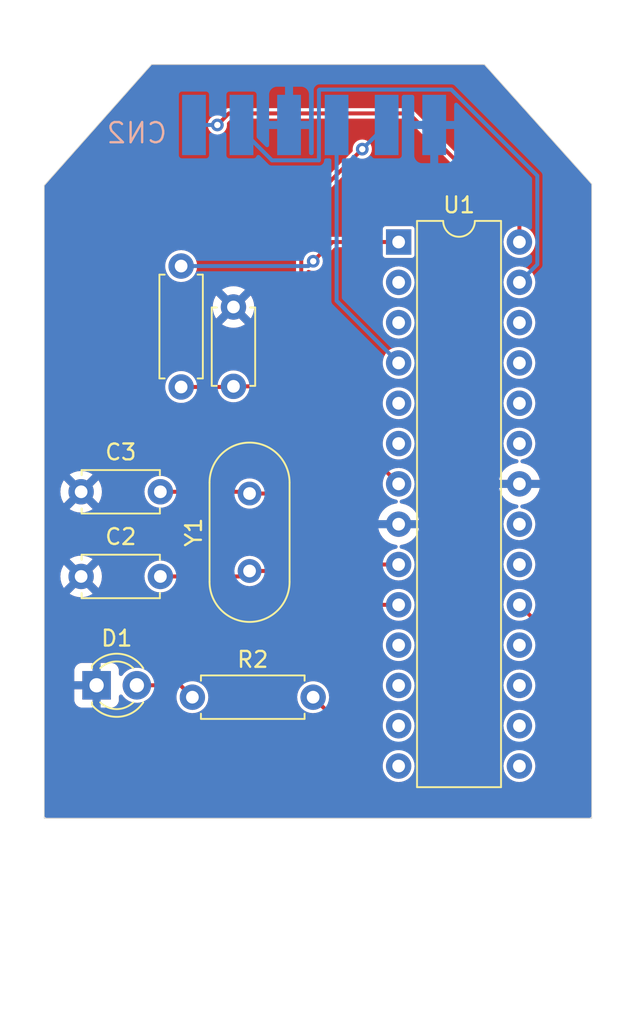
<source format=kicad_pcb>
(kicad_pcb (version 20211014) (generator pcbnew)
  (layers (0 "F.Cu" signal) (31 "B.Cu" signal) (34 "B.Paste" user) (35 "F.Paste" user) (36 "B.SilkS" user "B.Silkscreen") (37 "F.SilkS" user "F.Silkscreen") (38 "B.Mask" user) (39 "F.Mask" user) (44 "Edge.Cuts" user))
  (net 0 "")
  (net 1 "+5V")
  (net 2 "GND")
  (net 3 "/LED DATA")
  (net 4 "/SDA")
  (net 5 "/SCL")
  (net 10 "Net-(C3-Pad2)")
  (net 11 "Net-(C2-Pad2)")
  (net 20 "Net-(R1-Pad2)")
  (net 26 "Net-(R2-Pad2)")
  (net 28 "Net-(D1-Pad2)")
  (footprint "Crystal:Crystal_HC49-U_Vertical" (layer "F.Cu") (at 135.382 121.83 90)
    (fp_text reference "Y1" (at 2.44 -3.525 90) (layer "F.SilkS"))
    (fp_text value "Crystal_Small" hide)
    (fp_line (start -0.685 -2.525) (end 5.565 -2.525) (layer "F.SilkS") (width 0.12))
    (fp_line (start -0.685 2.525) (end 5.565 2.525) (layer "F.SilkS") (width 0.12))
    (fp_arc (start -0.685 2.525) (mid -3.21 0) (end -0.685 -2.525) (layer "F.SilkS") (width 0.12))
    (fp_arc (start 5.565 -2.525) (mid 8.09 0) (end 5.565 2.525) (layer "F.SilkS") (width 0.12))
    (pad "1" thru_hole circle (at 0 0 90) (size 1.5 1.5) (drill 0.8) (layers *.Cu *.Mask) (net 11 "Net-(C2-Pad2)"))
    (pad "2" thru_hole circle (at 4.88 0 90) (size 1.5 1.5) (drill 0.8) (layers *.Cu *.Mask) (net 10 "Net-(C3-Pad2)"))
  )
  (footprint "Capacitor_THT:C_Disc_D4.7mm_W2.5mm_P5.00mm" (layer "F.Cu") (at 124.754 122.174)
    (fp_text reference "C2" (at 2.5 -2.5) (layer "F.SilkS"))
    (fp_text value "C_Small" hide)
    (fp_line (start 4.97 1.055) (end 4.97 1.37) (layer "F.SilkS") (width 0.12))
    (fp_line (start 4.97 -1.37) (end 4.97 -1.055) (layer "F.SilkS") (width 0.12))
    (fp_line (start 0.03 1.055) (end 0.03 1.37) (layer "F.SilkS") (width 0.12))
    (fp_line (start 0.03 -1.37) (end 4.97 -1.37) (layer "F.SilkS") (width 0.12))
    (fp_line (start 0.03 -1.37) (end 0.03 -1.055) (layer "F.SilkS") (width 0.12))
    (fp_line (start 0.03 1.37) (end 4.97 1.37) (layer "F.SilkS") (width 0.12))
    (pad "1" thru_hole circle (at 0 0) (size 1.6 1.6) (drill 0.8) (layers *.Cu *.Mask) (net 2 "GND"))
    (pad "2" thru_hole circle (at 5 0) (size 1.6 1.6) (drill 0.8) (layers *.Cu *.Mask) (net 11 "Net-(C2-Pad2)"))
  )
  (footprint "LED_THT:LED_D3.0mm" (layer "F.Cu") (at 125.73 129.032)
    (fp_text reference "D1" (at 1.27 -2.96) (layer "F.SilkS"))
    (fp_text value "LED_Small_Filled" hide)
    (fp_line (start -0.29 -1.236) (end -0.29 -1.08) (layer "F.SilkS") (width 0.12))
    (fp_line (start -0.29 1.08) (end -0.29 1.236) (layer "F.SilkS") (width 0.12))
    (fp_arc (start 0.229039 -1.08) (mid 1.270117 -1.5) (end 2.31113 -1.079837) (layer "F.SilkS") (width 0.12))
    (fp_arc (start 2.31113 1.079837) (mid 1.270117 1.5) (end 0.229039 1.08) (layer "F.SilkS") (width 0.12))
    (fp_arc (start 2.942335 1.078608) (mid 1.366487 1.987659) (end -0.29 1.235516) (layer "F.SilkS") (width 0.12))
    (fp_arc (start -0.29 -1.235516) (mid 1.366487 -1.987659) (end 2.942335 -1.078608) (layer "F.SilkS") (width 0.12))
    (pad "1" thru_hole rect (at 0 0) (size 1.8 1.8) (drill 0.9) (layers *.Cu *.Mask) (net 2 "GND"))
    (pad "2" thru_hole circle (at 2.54 0) (size 1.8 1.8) (drill 0.9) (layers *.Cu *.Mask) (net 28 "Net-(D1-Pad2)"))
  )
  (footprint "Package_DIP:DIP-28_W7.62mm" (layer "F.Cu") (at 144.79 101.102)
    (fp_text reference "U1" (at 3.81 -2.33) (layer "F.SilkS"))
    (fp_text value "ATmega328P-P" hide)
    (fp_line (start 1.16 -1.33) (end 1.16 34.35) (layer "F.SilkS") (width 0.12))
    (fp_line (start 6.46 34.35) (end 6.46 -1.33) (layer "F.SilkS") (width 0.12))
    (fp_line (start 6.46 -1.33) (end 4.81 -1.33) (layer "F.SilkS") (width 0.12))
    (fp_line (start 1.16 34.35) (end 6.46 34.35) (layer "F.SilkS") (width 0.12))
    (fp_line (start 2.81 -1.33) (end 1.16 -1.33) (layer "F.SilkS") (width 0.12))
    (fp_arc (start 4.81 -1.33) (mid 3.81 -0.33) (end 2.81 -1.33) (layer "F.SilkS") (width 0.12))
    (pad "1" thru_hole rect (at 0 0) (size 1.6 1.6) (drill 0.8) (layers *.Cu *.Mask) (net 20 "Net-(R1-Pad2)"))
    (pad "2" thru_hole oval (at 0 2.54) (size 1.6 1.6) (drill 0.8) (layers *.Cu *.Mask))
    (pad "3" thru_hole oval (at 0 5.08) (size 1.6 1.6) (drill 0.8) (layers *.Cu *.Mask))
    (pad "4" thru_hole oval (at 0 7.62) (size 1.6 1.6) (drill 0.8) (layers *.Cu *.Mask) (net 3 "/LED DATA"))
    (pad "5" thru_hole oval (at 0 10.16) (size 1.6 1.6) (drill 0.8) (layers *.Cu *.Mask))
    (pad "6" thru_hole oval (at 0 12.7) (size 1.6 1.6) (drill 0.8) (layers *.Cu *.Mask))
    (pad "7" thru_hole oval (at 0 15.24) (size 1.6 1.6) (drill 0.8) (layers *.Cu *.Mask) (net 1 "+5V"))
    (pad "8" thru_hole oval (at 0 17.78) (size 1.6 1.6) (drill 0.8) (layers *.Cu *.Mask) (net 2 "GND"))
    (pad "9" thru_hole oval (at 0 20.32) (size 1.6 1.6) (drill 0.8) (layers *.Cu *.Mask) (net 10 "Net-(C3-Pad2)"))
    (pad "10" thru_hole oval (at 0 22.86) (size 1.6 1.6) (drill 0.8) (layers *.Cu *.Mask) (net 11 "Net-(C2-Pad2)"))
    (pad "11" thru_hole oval (at 0 25.4) (size 1.6 1.6) (drill 0.8) (layers *.Cu *.Mask))
    (pad "12" thru_hole oval (at 0 27.94) (size 1.6 1.6) (drill 0.8) (layers *.Cu *.Mask))
    (pad "13" thru_hole oval (at 0 30.48) (size 1.6 1.6) (drill 0.8) (layers *.Cu *.Mask))
    (pad "14" thru_hole oval (at 0 33.02) (size 1.6 1.6) (drill 0.8) (layers *.Cu *.Mask))
    (pad "15" thru_hole oval (at 7.62 33.02) (size 1.6 1.6) (drill 0.8) (layers *.Cu *.Mask))
    (pad "16" thru_hole oval (at 7.62 30.48) (size 1.6 1.6) (drill 0.8) (layers *.Cu *.Mask))
    (pad "17" thru_hole oval (at 7.62 27.94) (size 1.6 1.6) (drill 0.8) (layers *.Cu *.Mask))
    (pad "18" thru_hole oval (at 7.62 25.4) (size 1.6 1.6) (drill 0.8) (layers *.Cu *.Mask))
    (pad "19" thru_hole oval (at 7.62 22.86) (size 1.6 1.6) (drill 0.8) (layers *.Cu *.Mask) (net 26 "Net-(R2-Pad2)"))
    (pad "20" thru_hole oval (at 7.62 20.32) (size 1.6 1.6) (drill 0.8) (layers *.Cu *.Mask))
    (pad "21" thru_hole oval (at 7.62 17.78) (size 1.6 1.6) (drill 0.8) (layers *.Cu *.Mask))
    (pad "22" thru_hole oval (at 7.62 15.24) (size 1.6 1.6) (drill 0.8) (layers *.Cu *.Mask) (net 2 "GND"))
    (pad "23" thru_hole oval (at 7.62 12.7) (size 1.6 1.6) (drill 0.8) (layers *.Cu *.Mask))
    (pad "24" thru_hole oval (at 7.62 10.16) (size 1.6 1.6) (drill 0.8) (layers *.Cu *.Mask))
    (pad "25" thru_hole oval (at 7.62 7.62) (size 1.6 1.6) (drill 0.8) (layers *.Cu *.Mask))
    (pad "26" thru_hole oval (at 7.62 5.08) (size 1.6 1.6) (drill 0.8) (layers *.Cu *.Mask))
    (pad "27" thru_hole oval (at 7.62 2.54) (size 1.6 1.6) (drill 0.8) (layers *.Cu *.Mask) (net 4 "/SDA"))
    (pad "28" thru_hole oval (at 7.62 0) (size 1.6 1.6) (drill 0.8) (layers *.Cu *.Mask) (net 5 "/SCL"))
  )
  (footprint "Capacitor_THT:C_Disc_D4.7mm_W2.5mm_P5.00mm" (layer "F.Cu") (at 134.366 110.196 90)
    (fp_text reference "C1" hide)
    (fp_text value "C_Small" hide)
    (fp_line (start 0.03 -1.37) (end 4.97 -1.37) (layer "F.SilkS") (width 0.12))
    (fp_line (start 0.03 1.37) (end 4.97 1.37) (layer "F.SilkS") (width 0.12))
    (fp_line (start 0.03 1.055) (end 0.03 1.37) (layer "F.SilkS") (width 0.12))
    (fp_line (start 4.97 1.055) (end 4.97 1.37) (layer "F.SilkS") (width 0.12))
    (fp_line (start 4.97 -1.37) (end 4.97 -1.055) (layer "F.SilkS") (width 0.12))
    (fp_line (start 0.03 -1.37) (end 0.03 -1.055) (layer "F.SilkS") (width 0.12))
    (pad "1" thru_hole circle (at 0 0 90) (size 1.6 1.6) (drill 0.8) (layers *.Cu *.Mask) (net 1 "+5V"))
    (pad "2" thru_hole circle (at 5 0 90) (size 1.6 1.6) (drill 0.8) (layers *.Cu *.Mask) (net 2 "GND"))
  )
  (footprint "Resistor_THT:R_Axial_DIN0207_L6.3mm_D2.5mm_P7.62mm_Horizontal" (layer "F.Cu") (at 131.774 129.782)
    (fp_text reference "R2" (at 3.81 -2.37) (layer "F.SilkS"))
    (fp_text value "R")
    (fp_line (start 0.54 -1.37) (end 7.08 -1.37) (layer "F.SilkS") (width 0.12))
    (fp_line (start 0.54 -1.04) (end 0.54 -1.37) (layer "F.SilkS") (width 0.12))
    (fp_line (start 0.54 1.37) (end 7.08 1.37) (layer "F.SilkS") (width 0.12))
    (fp_line (start 7.08 1.37) (end 7.08 1.04) (layer "F.SilkS") (width 0.12))
    (fp_line (start 0.54 1.04) (end 0.54 1.37) (layer "F.SilkS") (width 0.12))
    (fp_line (start 7.08 -1.37) (end 7.08 -1.04) (layer "F.SilkS") (width 0.12))
    (pad "1" thru_hole circle (at 0 0) (size 1.6 1.6) (drill 0.8) (layers *.Cu *.Mask) (net 28 "Net-(D1-Pad2)"))
    (pad "2" thru_hole oval (at 7.62 0) (size 1.6 1.6) (drill 0.8) (layers *.Cu *.Mask) (net 26 "Net-(R2-Pad2)"))
  )
  (footprint "Capacitor_THT:C_Disc_D4.7mm_W2.5mm_P5.00mm" (layer "F.Cu") (at 124.754 116.84)
    (fp_text reference "C3" (at 2.5 -2.5) (layer "F.SilkS"))
    (fp_text value "C_Small" hide)
    (fp_line (start 4.97 -1.37) (end 4.97 -1.055) (layer "F.SilkS") (width 0.12))
    (fp_line (start 0.03 -1.37) (end 0.03 -1.055) (layer "F.SilkS") (width 0.12))
    (fp_line (start 4.97 1.055) (end 4.97 1.37) (layer "F.SilkS") (width 0.12))
    (fp_line (start 0.03 -1.37) (end 4.97 -1.37) (layer "F.SilkS") (width 0.12))
    (fp_line (start 0.03 1.055) (end 0.03 1.37) (layer "F.SilkS") (width 0.12))
    (fp_line (start 0.03 1.37) (end 4.97 1.37) (layer "F.SilkS") (width 0.12))
    (pad "1" thru_hole circle (at 0 0) (size 1.6 1.6) (drill 0.8) (layers *.Cu *.Mask) (net 2 "GND"))
    (pad "2" thru_hole circle (at 5 0) (size 1.6 1.6) (drill 0.8) (layers *.Cu *.Mask) (net 10 "Net-(C3-Pad2)"))
  )
  (footprint "Resistor_THT:R_Axial_DIN0207_L6.3mm_D2.5mm_P7.62mm_Horizontal" (layer "F.Cu") (at 131.064 110.236 90)
    (fp_text reference "R1" hide)
    (fp_text value "R")
    (fp_line (start 0.54 1.04) (end 0.54 1.37) (layer "F.SilkS") (width 0.12))
    (fp_line (start 7.08 1.37) (end 7.08 1.04) (layer "F.SilkS") (width 0.12))
    (fp_line (start 0.54 -1.37) (end 7.08 -1.37) (layer "F.SilkS") (width 0.12))
    (fp_line (start 0.54 -1.04) (end 0.54 -1.37) (layer "F.SilkS") (width 0.12))
    (fp_line (start 0.54 1.37) (end 7.08 1.37) (layer "F.SilkS") (width 0.12))
    (fp_line (start 7.08 -1.37) (end 7.08 -1.04) (layer "F.SilkS") (width 0.12))
    (pad "1" thru_hole circle (at 0 0 90) (size 1.6 1.6) (drill 0.8) (layers *.Cu *.Mask) (net 1 "+5V"))
    (pad "2" thru_hole oval (at 7.62 0 90) (size 1.6 1.6) (drill 0.8) (layers *.Cu *.Mask) (net 20 "Net-(R1-Pad2)"))
  )
  (footprint "Adafruit NeoPixel 8 Stick:1X4-SMT" (layer "B.Cu") (at 139.954 93.726 180)
    (fp_text reference "CN2" (at 11.684 -0.508 180) (layer "B.SilkS") (effects (font (size 1.27 1.27)) (justify mirror)))
    (fp_text value "1X4SMT" hide)
    (pad "1" smd rect (at -7.08 0 180) (size 1.5 3.8) (layers "B.Cu" "B.Paste" "B.Mask") (net 2 "GND"))
    (pad "2" smd rect (at -4.08 0 180) (size 1.5 3.8) (layers "B.Cu" "B.Paste" "B.Mask") (net 1 "+5V"))
    (pad "3" smd rect (at -0.92 0 180) (size 1.5 3.8) (layers "B.Cu" "B.Paste" "B.Mask") (net 3 "/LED DATA"))
    (pad "4" smd rect (at 2.08 0 180) (size 1.5 3.8) (layers "B.Cu" "B.Paste" "B.Mask") (net 2 "GND"))
    (pad "5" smd rect (at 5.08 0 180) (size 1.5 3.8) (layers "B.Cu" "B.Paste" "B.Mask") (net 4 "/SDA"))
    (pad "6" smd rect (at 8.08 0 180) (size 1.5 3.8) (layers "B.Cu" "B.Paste" "B.Mask") (net 5 "/SCL"))
  )
  (gr_line (start 129.2 89.916) (end 150.2 89.916001) (layer "Edge.Cuts") (width 0.05))
  (gr_line (start 122.428 97.536) (end 122.428 137.414) (layer "Edge.Cuts") (width 0.05))
  (gr_line (start 150.2 89.916001) (end 156.972 97.45) (layer "Edge.Cuts") (width 0.05))
  (gr_line (start 122.428 137.414) (end 156.972 137.414) (layer "Edge.Cuts") (width 0.05))
  (gr_line (start 156.972 97.45) (end 156.972 137.414) (layer "Edge.Cuts") (width 0.05))
  (gr_line (start 122.428 97.536) (end 129.2 89.916) (layer "Edge.Cuts") (width 0.05))
  (segment (start 138.644 110.196) (end 144.79 116.342) (width 0.25) (layer "F.Cu") (net 1))
  (segment (start 134.366 110.196) (end 138.644 110.196) (width 0.25) (layer "F.Cu") (net 1))
  (segment (start 131.064 110.236) (end 134.326 110.236) (width 0.25) (layer "F.Cu") (net 1))
  (segment (start 138.644 110.196) (end 138.644 99.1) (width 0.25) (layer "F.Cu") (net 1))
  (segment (start 138.644 99.1) (end 142.494 95.25) (width 0.25) (layer "F.Cu") (net 1))
  (via (at 142.494 95.25) (size 0.8) (drill 0.4) (layers "F.Cu" "B.Cu") (net 1))
  (segment (start 144.018 93.726) (end 142.494 95.25) (width 0.25) (layer "B.Cu") (net 1))
  (segment (start 140.874 104.806) (end 140.874 93.726) (width 0.25) (layer "B.Cu") (net 3))
  (segment (start 144.79 108.722) (end 140.874 104.806) (width 0.25) (layer "B.Cu") (net 3))
  (segment (start 153.5382 96.9238) (end 153.5382 102.5138) (width 0.25) (layer "B.Cu") (net 4))
  (segment (start 148.1122 91.4978) (end 153.5382 96.9238) (width 0.25) (layer "B.Cu") (net 4))
  (segment (start 139.7958 91.4978) (end 148.1122 91.4978) (width 0.25) (layer "B.Cu") (net 4))
  (segment (start 139.7578 95.9542) (end 139.7578 91.5358) (width 0.25) (layer "B.Cu") (net 4))
  (segment (start 153.5382 102.5138) (end 152.41 103.642) (width 0.25) (layer "B.Cu") (net 4))
  (segment (start 139.7578 91.5358) (end 139.7958 91.4978) (width 0.25) (layer "B.Cu") (net 4))
  (segment (start 136.7958 95.9542) (end 139.7578 95.9542) (width 0.25) (layer "B.Cu") (net 4))
  (segment (start 134.874 94.0324) (end 136.7958 95.9542) (width 0.25) (layer "B.Cu") (net 4))
  (segment (start 134.0782 92.9978) (end 133.35 93.726) (width 0.25) (layer "F.Cu") (net 5))
  (segment (start 152.41 99.97063) (end 145.43717 92.9978) (width 0.25) (layer "F.Cu") (net 5))
  (segment (start 145.43717 92.9978) (end 134.0782 92.9978) (width 0.25) (layer "F.Cu") (net 5))
  (segment (start 152.41 101.102) (end 152.41 99.97063) (width 0.25) (layer "F.Cu") (net 5))
  (via (at 133.35 93.726) (size 0.8) (drill 0.4) (layers "F.Cu" "B.Cu") (net 5))
  (segment (start 133.35 93.726) (end 131.874 93.726) (width 0.25) (layer "B.Cu") (net 5))
  (segment (start 129.754 116.84) (end 135.272 116.84) (width 0.25) (layer "F.Cu") (net 10))
  (segment (start 138.286 116.95) (end 142.758 121.422) (width 0.25) (layer "F.Cu") (net 10))
  (segment (start 135.382 116.95) (end 138.286 116.95) (width 0.25) (layer "F.Cu") (net 10))
  (segment (start 142.758 121.422) (end 144.79 121.422) (width 0.25) (layer "F.Cu") (net 10))
  (segment (start 139.61 121.83) (end 141.742 123.962) (width 0.25) (layer "F.Cu") (net 11))
  (segment (start 129.754 122.174) (end 135.038 122.174) (width 0.25) (layer "F.Cu") (net 11))
  (segment (start 141.742 123.962) (end 144.79 123.962) (width 0.25) (layer "F.Cu") (net 11))
  (segment (start 135.382 121.83) (end 139.61 121.83) (width 0.25) (layer "F.Cu") (net 11))
  (segment (start 144.79 101.102) (end 140.6112 101.102) (width 0.25) (layer "F.Cu") (net 20))
  (segment (start 140.6112 101.102) (end 139.3986 102.3146) (width 0.25) (layer "F.Cu") (net 20))
  (via (at 139.3986 102.3146) (size 0.8) (drill 0.4) (layers "F.Cu" "B.Cu") (net 20))
  (segment (start 139.0972 102.616) (end 131.064 102.616) (width 0.25) (layer "B.Cu") (net 20))
  (segment (start 139.3986 102.3146) (end 139.0972 102.616) (width 0.25) (layer "B.Cu") (net 20))
  (segment (start 153.67 125.222) (end 152.41 123.962) (width 0.25) (layer "F.Cu") (net 26))
  (segment (start 153.1632 132.9938) (end 153.67 132.487) (width 0.25) (layer "F.Cu") (net 26))
  (segment (start 142.6058 132.9938) (end 153.1632 132.9938) (width 0.25) (layer "F.Cu") (net 26))
  (segment (start 153.67 132.487) (end 153.67 125.222) (width 0.25) (layer "F.Cu") (net 26))
  (segment (start 139.394 129.782) (end 142.6058 132.9938) (width 0.25) (layer "F.Cu") (net 26))
  (segment (start 131.024 129.032) (end 131.774 129.782) (width 0.25) (layer "F.Cu") (net 28))
  (segment (start 128.27 129.032) (end 131.024 129.032) (width 0.25) (layer "F.Cu") (net 28))
  (zone (net 2) (net_name "GND") (layers F&B.Cu) (connect_pads (clearance 0.000001)) (min_thickness 0.254) (fill yes (thermal_gap 0.508) (thermal_bridge_width 0.508))
    (polygon (pts (xy 160.02 150.368) (xy 119.634 150.368) (xy 119.634 85.852) (xy 160.02 85.852)))
  )
)
</source>
